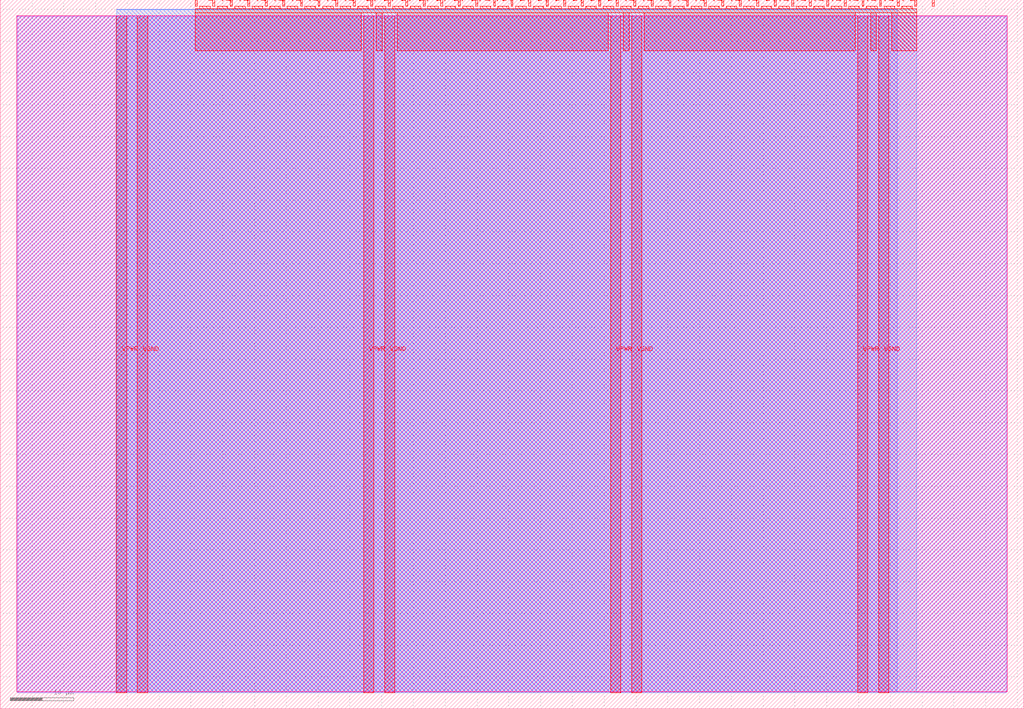
<source format=lef>
VERSION 5.7 ;
  NOWIREEXTENSIONATPIN ON ;
  DIVIDERCHAR "/" ;
  BUSBITCHARS "[]" ;
MACRO tt_um_wokwi_442977465750697985
  CLASS BLOCK ;
  FOREIGN tt_um_wokwi_442977465750697985 ;
  ORIGIN 0.000 0.000 ;
  SIZE 161.000 BY 111.520 ;
  PIN VGND
    DIRECTION INOUT ;
    USE GROUND ;
    PORT
      LAYER met4 ;
        RECT 21.580 2.480 23.180 109.040 ;
    END
    PORT
      LAYER met4 ;
        RECT 60.450 2.480 62.050 109.040 ;
    END
    PORT
      LAYER met4 ;
        RECT 99.320 2.480 100.920 109.040 ;
    END
    PORT
      LAYER met4 ;
        RECT 138.190 2.480 139.790 109.040 ;
    END
  END VGND
  PIN VPWR
    DIRECTION INOUT ;
    USE POWER ;
    PORT
      LAYER met4 ;
        RECT 18.280 2.480 19.880 109.040 ;
    END
    PORT
      LAYER met4 ;
        RECT 57.150 2.480 58.750 109.040 ;
    END
    PORT
      LAYER met4 ;
        RECT 96.020 2.480 97.620 109.040 ;
    END
    PORT
      LAYER met4 ;
        RECT 134.890 2.480 136.490 109.040 ;
    END
  END VPWR
  PIN clk
    DIRECTION INPUT ;
    USE SIGNAL ;
    ANTENNAGATEAREA 0.852000 ;
    PORT
      LAYER met4 ;
        RECT 143.830 110.520 144.130 111.520 ;
    END
  END clk
  PIN ena
    DIRECTION INPUT ;
    USE SIGNAL ;
    PORT
      LAYER met4 ;
        RECT 146.590 110.520 146.890 111.520 ;
    END
  END ena
  PIN rst_n
    DIRECTION INPUT ;
    USE SIGNAL ;
    PORT
      LAYER met4 ;
        RECT 141.070 110.520 141.370 111.520 ;
    END
  END rst_n
  PIN ui_in[0]
    DIRECTION INPUT ;
    USE SIGNAL ;
    ANTENNAGATEAREA 0.196500 ;
    PORT
      LAYER met4 ;
        RECT 138.310 110.520 138.610 111.520 ;
    END
  END ui_in[0]
  PIN ui_in[1]
    DIRECTION INPUT ;
    USE SIGNAL ;
    PORT
      LAYER met4 ;
        RECT 135.550 110.520 135.850 111.520 ;
    END
  END ui_in[1]
  PIN ui_in[2]
    DIRECTION INPUT ;
    USE SIGNAL ;
    PORT
      LAYER met4 ;
        RECT 132.790 110.520 133.090 111.520 ;
    END
  END ui_in[2]
  PIN ui_in[3]
    DIRECTION INPUT ;
    USE SIGNAL ;
    PORT
      LAYER met4 ;
        RECT 130.030 110.520 130.330 111.520 ;
    END
  END ui_in[3]
  PIN ui_in[4]
    DIRECTION INPUT ;
    USE SIGNAL ;
    PORT
      LAYER met4 ;
        RECT 127.270 110.520 127.570 111.520 ;
    END
  END ui_in[4]
  PIN ui_in[5]
    DIRECTION INPUT ;
    USE SIGNAL ;
    PORT
      LAYER met4 ;
        RECT 124.510 110.520 124.810 111.520 ;
    END
  END ui_in[5]
  PIN ui_in[6]
    DIRECTION INPUT ;
    USE SIGNAL ;
    PORT
      LAYER met4 ;
        RECT 121.750 110.520 122.050 111.520 ;
    END
  END ui_in[6]
  PIN ui_in[7]
    DIRECTION INPUT ;
    USE SIGNAL ;
    PORT
      LAYER met4 ;
        RECT 118.990 110.520 119.290 111.520 ;
    END
  END ui_in[7]
  PIN uio_in[0]
    DIRECTION INPUT ;
    USE SIGNAL ;
    PORT
      LAYER met4 ;
        RECT 116.230 110.520 116.530 111.520 ;
    END
  END uio_in[0]
  PIN uio_in[1]
    DIRECTION INPUT ;
    USE SIGNAL ;
    PORT
      LAYER met4 ;
        RECT 113.470 110.520 113.770 111.520 ;
    END
  END uio_in[1]
  PIN uio_in[2]
    DIRECTION INPUT ;
    USE SIGNAL ;
    PORT
      LAYER met4 ;
        RECT 110.710 110.520 111.010 111.520 ;
    END
  END uio_in[2]
  PIN uio_in[3]
    DIRECTION INPUT ;
    USE SIGNAL ;
    PORT
      LAYER met4 ;
        RECT 107.950 110.520 108.250 111.520 ;
    END
  END uio_in[3]
  PIN uio_in[4]
    DIRECTION INPUT ;
    USE SIGNAL ;
    PORT
      LAYER met4 ;
        RECT 105.190 110.520 105.490 111.520 ;
    END
  END uio_in[4]
  PIN uio_in[5]
    DIRECTION INPUT ;
    USE SIGNAL ;
    PORT
      LAYER met4 ;
        RECT 102.430 110.520 102.730 111.520 ;
    END
  END uio_in[5]
  PIN uio_in[6]
    DIRECTION INPUT ;
    USE SIGNAL ;
    PORT
      LAYER met4 ;
        RECT 99.670 110.520 99.970 111.520 ;
    END
  END uio_in[6]
  PIN uio_in[7]
    DIRECTION INPUT ;
    USE SIGNAL ;
    PORT
      LAYER met4 ;
        RECT 96.910 110.520 97.210 111.520 ;
    END
  END uio_in[7]
  PIN uio_oe[0]
    DIRECTION OUTPUT ;
    USE SIGNAL ;
    PORT
      LAYER met4 ;
        RECT 49.990 110.520 50.290 111.520 ;
    END
  END uio_oe[0]
  PIN uio_oe[1]
    DIRECTION OUTPUT ;
    USE SIGNAL ;
    PORT
      LAYER met4 ;
        RECT 47.230 110.520 47.530 111.520 ;
    END
  END uio_oe[1]
  PIN uio_oe[2]
    DIRECTION OUTPUT ;
    USE SIGNAL ;
    PORT
      LAYER met4 ;
        RECT 44.470 110.520 44.770 111.520 ;
    END
  END uio_oe[2]
  PIN uio_oe[3]
    DIRECTION OUTPUT ;
    USE SIGNAL ;
    PORT
      LAYER met4 ;
        RECT 41.710 110.520 42.010 111.520 ;
    END
  END uio_oe[3]
  PIN uio_oe[4]
    DIRECTION OUTPUT ;
    USE SIGNAL ;
    PORT
      LAYER met4 ;
        RECT 38.950 110.520 39.250 111.520 ;
    END
  END uio_oe[4]
  PIN uio_oe[5]
    DIRECTION OUTPUT ;
    USE SIGNAL ;
    PORT
      LAYER met4 ;
        RECT 36.190 110.520 36.490 111.520 ;
    END
  END uio_oe[5]
  PIN uio_oe[6]
    DIRECTION OUTPUT ;
    USE SIGNAL ;
    PORT
      LAYER met4 ;
        RECT 33.430 110.520 33.730 111.520 ;
    END
  END uio_oe[6]
  PIN uio_oe[7]
    DIRECTION OUTPUT ;
    USE SIGNAL ;
    PORT
      LAYER met4 ;
        RECT 30.670 110.520 30.970 111.520 ;
    END
  END uio_oe[7]
  PIN uio_out[0]
    DIRECTION OUTPUT ;
    USE SIGNAL ;
    PORT
      LAYER met4 ;
        RECT 72.070 110.520 72.370 111.520 ;
    END
  END uio_out[0]
  PIN uio_out[1]
    DIRECTION OUTPUT ;
    USE SIGNAL ;
    PORT
      LAYER met4 ;
        RECT 69.310 110.520 69.610 111.520 ;
    END
  END uio_out[1]
  PIN uio_out[2]
    DIRECTION OUTPUT ;
    USE SIGNAL ;
    PORT
      LAYER met4 ;
        RECT 66.550 110.520 66.850 111.520 ;
    END
  END uio_out[2]
  PIN uio_out[3]
    DIRECTION OUTPUT ;
    USE SIGNAL ;
    PORT
      LAYER met4 ;
        RECT 63.790 110.520 64.090 111.520 ;
    END
  END uio_out[3]
  PIN uio_out[4]
    DIRECTION OUTPUT ;
    USE SIGNAL ;
    PORT
      LAYER met4 ;
        RECT 61.030 110.520 61.330 111.520 ;
    END
  END uio_out[4]
  PIN uio_out[5]
    DIRECTION OUTPUT ;
    USE SIGNAL ;
    PORT
      LAYER met4 ;
        RECT 58.270 110.520 58.570 111.520 ;
    END
  END uio_out[5]
  PIN uio_out[6]
    DIRECTION OUTPUT ;
    USE SIGNAL ;
    PORT
      LAYER met4 ;
        RECT 55.510 110.520 55.810 111.520 ;
    END
  END uio_out[6]
  PIN uio_out[7]
    DIRECTION OUTPUT ;
    USE SIGNAL ;
    PORT
      LAYER met4 ;
        RECT 52.750 110.520 53.050 111.520 ;
    END
  END uio_out[7]
  PIN uo_out[0]
    DIRECTION OUTPUT ;
    USE SIGNAL ;
    ANTENNADIFFAREA 0.445500 ;
    PORT
      LAYER met4 ;
        RECT 94.150 110.520 94.450 111.520 ;
    END
  END uo_out[0]
  PIN uo_out[1]
    DIRECTION OUTPUT ;
    USE SIGNAL ;
    ANTENNADIFFAREA 0.445500 ;
    PORT
      LAYER met4 ;
        RECT 91.390 110.520 91.690 111.520 ;
    END
  END uo_out[1]
  PIN uo_out[2]
    DIRECTION OUTPUT ;
    USE SIGNAL ;
    ANTENNADIFFAREA 0.445500 ;
    PORT
      LAYER met4 ;
        RECT 88.630 110.520 88.930 111.520 ;
    END
  END uo_out[2]
  PIN uo_out[3]
    DIRECTION OUTPUT ;
    USE SIGNAL ;
    ANTENNADIFFAREA 0.445500 ;
    PORT
      LAYER met4 ;
        RECT 85.870 110.520 86.170 111.520 ;
    END
  END uo_out[3]
  PIN uo_out[4]
    DIRECTION OUTPUT ;
    USE SIGNAL ;
    PORT
      LAYER met4 ;
        RECT 83.110 110.520 83.410 111.520 ;
    END
  END uo_out[4]
  PIN uo_out[5]
    DIRECTION OUTPUT ;
    USE SIGNAL ;
    PORT
      LAYER met4 ;
        RECT 80.350 110.520 80.650 111.520 ;
    END
  END uo_out[5]
  PIN uo_out[6]
    DIRECTION OUTPUT ;
    USE SIGNAL ;
    PORT
      LAYER met4 ;
        RECT 77.590 110.520 77.890 111.520 ;
    END
  END uo_out[6]
  PIN uo_out[7]
    DIRECTION OUTPUT ;
    USE SIGNAL ;
    PORT
      LAYER met4 ;
        RECT 74.830 110.520 75.130 111.520 ;
    END
  END uo_out[7]
  OBS
      LAYER nwell ;
        RECT 2.570 2.635 158.430 108.990 ;
      LAYER li1 ;
        RECT 2.760 2.635 158.240 108.885 ;
      LAYER met1 ;
        RECT 2.760 2.480 158.240 109.040 ;
      LAYER met2 ;
        RECT 18.310 2.535 141.130 110.005 ;
      LAYER met3 ;
        RECT 18.290 2.555 144.170 109.985 ;
      LAYER met4 ;
        RECT 31.370 110.120 33.030 110.520 ;
        RECT 34.130 110.120 35.790 110.520 ;
        RECT 36.890 110.120 38.550 110.520 ;
        RECT 39.650 110.120 41.310 110.520 ;
        RECT 42.410 110.120 44.070 110.520 ;
        RECT 45.170 110.120 46.830 110.520 ;
        RECT 47.930 110.120 49.590 110.520 ;
        RECT 50.690 110.120 52.350 110.520 ;
        RECT 53.450 110.120 55.110 110.520 ;
        RECT 56.210 110.120 57.870 110.520 ;
        RECT 58.970 110.120 60.630 110.520 ;
        RECT 61.730 110.120 63.390 110.520 ;
        RECT 64.490 110.120 66.150 110.520 ;
        RECT 67.250 110.120 68.910 110.520 ;
        RECT 70.010 110.120 71.670 110.520 ;
        RECT 72.770 110.120 74.430 110.520 ;
        RECT 75.530 110.120 77.190 110.520 ;
        RECT 78.290 110.120 79.950 110.520 ;
        RECT 81.050 110.120 82.710 110.520 ;
        RECT 83.810 110.120 85.470 110.520 ;
        RECT 86.570 110.120 88.230 110.520 ;
        RECT 89.330 110.120 90.990 110.520 ;
        RECT 92.090 110.120 93.750 110.520 ;
        RECT 94.850 110.120 96.510 110.520 ;
        RECT 97.610 110.120 99.270 110.520 ;
        RECT 100.370 110.120 102.030 110.520 ;
        RECT 103.130 110.120 104.790 110.520 ;
        RECT 105.890 110.120 107.550 110.520 ;
        RECT 108.650 110.120 110.310 110.520 ;
        RECT 111.410 110.120 113.070 110.520 ;
        RECT 114.170 110.120 115.830 110.520 ;
        RECT 116.930 110.120 118.590 110.520 ;
        RECT 119.690 110.120 121.350 110.520 ;
        RECT 122.450 110.120 124.110 110.520 ;
        RECT 125.210 110.120 126.870 110.520 ;
        RECT 127.970 110.120 129.630 110.520 ;
        RECT 130.730 110.120 132.390 110.520 ;
        RECT 133.490 110.120 135.150 110.520 ;
        RECT 136.250 110.120 137.910 110.520 ;
        RECT 139.010 110.120 140.670 110.520 ;
        RECT 141.770 110.120 143.430 110.520 ;
        RECT 30.655 109.440 144.145 110.120 ;
        RECT 30.655 103.535 56.750 109.440 ;
        RECT 59.150 103.535 60.050 109.440 ;
        RECT 62.450 103.535 95.620 109.440 ;
        RECT 98.020 103.535 98.920 109.440 ;
        RECT 101.320 103.535 134.490 109.440 ;
        RECT 136.890 103.535 137.790 109.440 ;
        RECT 140.190 103.535 144.145 109.440 ;
  END
END tt_um_wokwi_442977465750697985
END LIBRARY


</source>
